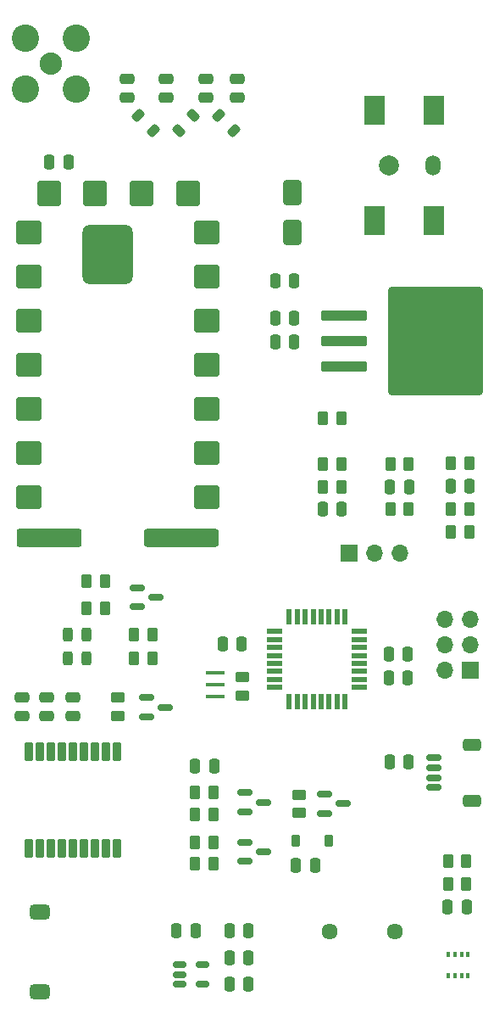
<source format=gbr>
%TF.GenerationSoftware,KiCad,Pcbnew,9.0.0*%
%TF.CreationDate,2025-06-23T20:21:27-05:00*%
%TF.ProjectId,ptFlex,7074466c-6578-42e6-9b69-6361645f7063,rev?*%
%TF.SameCoordinates,Original*%
%TF.FileFunction,Soldermask,Top*%
%TF.FilePolarity,Negative*%
%FSLAX46Y46*%
G04 Gerber Fmt 4.6, Leading zero omitted, Abs format (unit mm)*
G04 Created by KiCad (PCBNEW 9.0.0) date 2025-06-23 20:21:27*
%MOMM*%
%LPD*%
G01*
G04 APERTURE LIST*
G04 Aperture macros list*
%AMRoundRect*
0 Rectangle with rounded corners*
0 $1 Rounding radius*
0 $2 $3 $4 $5 $6 $7 $8 $9 X,Y pos of 4 corners*
0 Add a 4 corners polygon primitive as box body*
4,1,4,$2,$3,$4,$5,$6,$7,$8,$9,$2,$3,0*
0 Add four circle primitives for the rounded corners*
1,1,$1+$1,$2,$3*
1,1,$1+$1,$4,$5*
1,1,$1+$1,$6,$7*
1,1,$1+$1,$8,$9*
0 Add four rect primitives between the rounded corners*
20,1,$1+$1,$2,$3,$4,$5,0*
20,1,$1+$1,$4,$5,$6,$7,0*
20,1,$1+$1,$6,$7,$8,$9,0*
20,1,$1+$1,$8,$9,$2,$3,0*%
G04 Aperture macros list end*
%ADD10C,1.612000*%
%ADD11RoundRect,0.250000X0.262500X0.450000X-0.262500X0.450000X-0.262500X-0.450000X0.262500X-0.450000X0*%
%ADD12RoundRect,0.375000X0.625000X-0.375000X0.625000X0.375000X-0.625000X0.375000X-0.625000X-0.375000X0*%
%ADD13RoundRect,0.250000X-0.262500X-0.450000X0.262500X-0.450000X0.262500X0.450000X-0.262500X0.450000X0*%
%ADD14RoundRect,0.250000X0.250000X0.475000X-0.250000X0.475000X-0.250000X-0.475000X0.250000X-0.475000X0*%
%ADD15RoundRect,0.250000X-0.250000X-0.475000X0.250000X-0.475000X0.250000X0.475000X-0.250000X0.475000X0*%
%ADD16RoundRect,0.243750X-0.243750X-0.456250X0.243750X-0.456250X0.243750X0.456250X-0.243750X0.456250X0*%
%ADD17RoundRect,0.250000X-0.475000X0.250000X-0.475000X-0.250000X0.475000X-0.250000X0.475000X0.250000X0*%
%ADD18RoundRect,0.150000X-0.587500X-0.150000X0.587500X-0.150000X0.587500X0.150000X-0.587500X0.150000X0*%
%ADD19R,1.600000X0.550000*%
%ADD20R,0.550000X1.600000*%
%ADD21RoundRect,0.150000X-0.512500X-0.150000X0.512500X-0.150000X0.512500X0.150000X-0.512500X0.150000X0*%
%ADD22R,1.700000X1.700000*%
%ADD23O,1.700000X1.700000*%
%ADD24RoundRect,0.250000X0.475000X-0.250000X0.475000X0.250000X-0.475000X0.250000X-0.475000X-0.250000X0*%
%ADD25RoundRect,0.250000X0.450000X-0.262500X0.450000X0.262500X-0.450000X0.262500X-0.450000X-0.262500X0*%
%ADD26RoundRect,0.115000X1.135000X1.035000X-1.135000X1.035000X-1.135000X-1.035000X1.135000X-1.035000X0*%
%ADD27RoundRect,0.115000X1.035000X1.135000X-1.035000X1.135000X-1.035000X-1.135000X1.035000X-1.135000X0*%
%ADD28RoundRect,0.270000X3.480000X0.630000X-3.480000X0.630000X-3.480000X-0.630000X3.480000X-0.630000X0*%
%ADD29RoundRect,0.270000X2.980000X0.630000X-2.980000X0.630000X-2.980000X-0.630000X2.980000X-0.630000X0*%
%ADD30RoundRect,0.750000X1.750000X2.250000X-1.750000X2.250000X-1.750000X-2.250000X1.750000X-2.250000X0*%
%ADD31RoundRect,0.080000X0.320000X-0.820000X0.320000X0.820000X-0.320000X0.820000X-0.320000X-0.820000X0*%
%ADD32RoundRect,0.218750X-0.114905X0.424264X-0.424264X0.114905X0.114905X-0.424264X0.424264X-0.114905X0*%
%ADD33RoundRect,0.250000X-0.450000X0.262500X-0.450000X-0.262500X0.450000X-0.262500X0.450000X0.262500X0*%
%ADD34RoundRect,0.250000X-2.050000X-0.300000X2.050000X-0.300000X2.050000X0.300000X-2.050000X0.300000X0*%
%ADD35RoundRect,0.250002X-4.449998X-5.149998X4.449998X-5.149998X4.449998X5.149998X-4.449998X5.149998X0*%
%ADD36RoundRect,0.218750X0.424264X0.114905X0.114905X0.424264X-0.424264X-0.114905X-0.114905X-0.424264X0*%
%ADD37C,2.240000*%
%ADD38C,2.740000*%
%ADD39R,1.900000X0.400000*%
%ADD40O,1.500000X2.000000*%
%ADD41C,2.000000*%
%ADD42R,2.000000X3.000000*%
%ADD43R,0.350000X0.500000*%
%ADD44RoundRect,0.225000X-0.225000X-0.375000X0.225000X-0.375000X0.225000X0.375000X-0.225000X0.375000X0*%
%ADD45RoundRect,0.250000X0.650000X-1.000000X0.650000X1.000000X-0.650000X1.000000X-0.650000X-1.000000X0*%
%ADD46RoundRect,0.150000X0.625000X-0.150000X0.625000X0.150000X-0.625000X0.150000X-0.625000X-0.150000X0*%
%ADD47RoundRect,0.250000X0.650000X-0.350000X0.650000X0.350000X-0.650000X0.350000X-0.650000X-0.350000X0*%
G04 APERTURE END LIST*
D10*
%TO.C,PZ1*%
X149600000Y-138300000D03*
X156100000Y-138300000D03*
%TD*%
D11*
%TO.C,R11*%
X157508500Y-96146000D03*
X155683500Y-96146000D03*
%TD*%
D12*
%TO.C,ANT1*%
X120646000Y-136346000D03*
X120646000Y-144346000D03*
%TD*%
D13*
%TO.C,R14*%
X125333500Y-106046000D03*
X127158500Y-106046000D03*
%TD*%
%TO.C,R9*%
X161733500Y-98399333D03*
X163558500Y-98399333D03*
%TD*%
%TO.C,R20*%
X136133500Y-126646000D03*
X137958500Y-126646000D03*
%TD*%
D14*
%TO.C,C15*%
X138050000Y-121800000D03*
X136150000Y-121800000D03*
%TD*%
D15*
%TO.C,C10*%
X139596000Y-143546000D03*
X141496000Y-143546000D03*
%TD*%
D16*
%TO.C,D2*%
X123462500Y-111046000D03*
X125337500Y-111046000D03*
%TD*%
D13*
%TO.C,R18*%
X136133500Y-131546000D03*
X137958500Y-131546000D03*
%TD*%
D17*
%TO.C,C21*%
X140346000Y-53196000D03*
X140346000Y-55096000D03*
%TD*%
D14*
%TO.C,C18*%
X150796000Y-96139333D03*
X148896000Y-96139333D03*
%TD*%
%TO.C,C3*%
X146046000Y-77086000D03*
X144146000Y-77086000D03*
%TD*%
D13*
%TO.C,R12*%
X155683500Y-91646000D03*
X157508500Y-91646000D03*
%TD*%
%TO.C,R7*%
X161408500Y-133571000D03*
X163233500Y-133571000D03*
%TD*%
D18*
%TO.C,Q5*%
X141122526Y-124446000D03*
X141122526Y-126346000D03*
X142997526Y-125396000D03*
%TD*%
D19*
%TO.C,U3*%
X144096000Y-108346000D03*
X144096000Y-109146000D03*
X144096000Y-109946000D03*
X144096000Y-110746000D03*
X144096000Y-111546000D03*
X144096000Y-112346000D03*
X144096000Y-113146000D03*
X144096000Y-113946000D03*
D20*
X145546000Y-115396000D03*
X146346000Y-115396000D03*
X147146000Y-115396000D03*
X147946000Y-115396000D03*
X148746000Y-115396000D03*
X149546000Y-115396000D03*
X150346000Y-115396000D03*
X151146000Y-115396000D03*
D19*
X152596000Y-113946000D03*
X152596000Y-113146000D03*
X152596000Y-112346000D03*
X152596000Y-111546000D03*
X152596000Y-110746000D03*
X152596000Y-109946000D03*
X152596000Y-109146000D03*
X152596000Y-108346000D03*
D20*
X151146000Y-106896000D03*
X150346000Y-106896000D03*
X149546000Y-106896000D03*
X148746000Y-106896000D03*
X147946000Y-106896000D03*
X147146000Y-106896000D03*
X146346000Y-106896000D03*
X145546000Y-106896000D03*
%TD*%
D11*
%TO.C,R19*%
X137958500Y-129397526D03*
X136133500Y-129397526D03*
%TD*%
D14*
%TO.C,C1*%
X146046000Y-73386000D03*
X144146000Y-73386000D03*
%TD*%
D21*
%TO.C,U2*%
X134608500Y-141646000D03*
X134608500Y-142596000D03*
X134608500Y-143546000D03*
X136883500Y-143546000D03*
X136883500Y-141646000D03*
%TD*%
D15*
%TO.C,C2*%
X161696000Y-93846000D03*
X163596000Y-93846000D03*
%TD*%
D22*
%TO.C,J2*%
X151520000Y-100500000D03*
D23*
X154060000Y-100500000D03*
X156600000Y-100500000D03*
%TD*%
D24*
%TO.C,C14*%
X123946000Y-116808500D03*
X123946000Y-114908500D03*
%TD*%
D11*
%TO.C,R10*%
X150758500Y-91616000D03*
X148933500Y-91616000D03*
%TD*%
D25*
%TO.C,R5*%
X146583500Y-126458500D03*
X146583500Y-124633500D03*
%TD*%
D24*
%TO.C,C19*%
X118846000Y-116796000D03*
X118846000Y-114896000D03*
%TD*%
D14*
%TO.C,C8*%
X146046000Y-79486000D03*
X144146000Y-79486000D03*
%TD*%
D18*
%TO.C,Q3*%
X131333500Y-114958500D03*
X131333500Y-116858500D03*
X133208500Y-115908500D03*
%TD*%
D15*
%TO.C,C13*%
X161371000Y-135871000D03*
X163271000Y-135871000D03*
%TD*%
D26*
%TO.C,U5*%
X119546000Y-94946000D03*
X119546000Y-90546000D03*
X119546000Y-86146000D03*
X119546000Y-81746000D03*
X119546000Y-77346000D03*
X119546000Y-72946000D03*
X119546000Y-68546000D03*
D27*
X121546000Y-64646000D03*
X126179334Y-64646000D03*
X130812667Y-64646000D03*
X135446000Y-64646000D03*
D26*
X137346000Y-68546000D03*
X137346000Y-72946000D03*
X137346000Y-77346000D03*
X137346000Y-81746000D03*
X137346000Y-86146000D03*
X137346000Y-90546000D03*
X137346000Y-94946000D03*
D28*
X134796000Y-98996000D03*
D29*
X121546000Y-98996000D03*
D30*
X127446000Y-70746000D03*
%TD*%
D13*
%TO.C,R1*%
X161733500Y-91569333D03*
X163558500Y-91569333D03*
%TD*%
D15*
%TO.C,C11*%
X139596000Y-140896000D03*
X141496000Y-140896000D03*
%TD*%
D31*
%TO.C,U4*%
X128346000Y-120346000D03*
X127246000Y-120346000D03*
X126146000Y-120346000D03*
X125046000Y-120346000D03*
X123946000Y-120346000D03*
X122846000Y-120346000D03*
X121746000Y-120346000D03*
X120646000Y-120346000D03*
X119546000Y-120346000D03*
X119546000Y-130046000D03*
X120646000Y-130046000D03*
X121746000Y-130046000D03*
X122846000Y-130046000D03*
X123946000Y-130046000D03*
X125046000Y-130046000D03*
X126146000Y-130046000D03*
X127246000Y-130046000D03*
X128346000Y-130046000D03*
%TD*%
D32*
%TO.C,L2*%
X135997301Y-56894699D03*
X134494699Y-58397301D03*
%TD*%
D25*
%TO.C,R17*%
X128446000Y-116771000D03*
X128446000Y-114946000D03*
%TD*%
D17*
%TO.C,C23*%
X133246000Y-53196000D03*
X133246000Y-55096000D03*
%TD*%
D33*
%TO.C,R8*%
X140896000Y-112933500D03*
X140896000Y-114758500D03*
%TD*%
D17*
%TO.C,C24*%
X129346000Y-53196000D03*
X129346000Y-55096000D03*
%TD*%
D11*
%TO.C,R3*%
X131858500Y-111046000D03*
X130033500Y-111046000D03*
%TD*%
%TO.C,R2*%
X163558500Y-96122666D03*
X161733500Y-96122666D03*
%TD*%
%TO.C,R16*%
X150758500Y-87046000D03*
X148933500Y-87046000D03*
%TD*%
D15*
%TO.C,C12*%
X139596000Y-138246000D03*
X141496000Y-138246000D03*
%TD*%
%TO.C,C25*%
X155496000Y-110596000D03*
X157396000Y-110596000D03*
%TD*%
D18*
%TO.C,Q2*%
X130371000Y-103996000D03*
X130371000Y-105896000D03*
X132246000Y-104946000D03*
%TD*%
D34*
%TO.C,U1*%
X150996000Y-76806000D03*
X150996000Y-79346000D03*
D35*
X160146000Y-79346000D03*
D34*
X150996000Y-81886000D03*
%TD*%
D15*
%TO.C,C9*%
X134296000Y-138246000D03*
X136196000Y-138246000D03*
%TD*%
%TO.C,C17*%
X155646000Y-93946000D03*
X157546000Y-93946000D03*
%TD*%
D11*
%TO.C,R21*%
X137958500Y-124396000D03*
X136133500Y-124396000D03*
%TD*%
D36*
%TO.C,L1*%
X139997301Y-58397301D03*
X138494699Y-56894699D03*
%TD*%
D37*
%TO.C,ANT2*%
X121746000Y-51646000D03*
D38*
X119206000Y-54186000D03*
X124286000Y-54186000D03*
X119206000Y-49106000D03*
X124286000Y-49106000D03*
%TD*%
D39*
%TO.C,Y1*%
X138146000Y-114846000D03*
X138146000Y-113646000D03*
X138146000Y-112446000D03*
%TD*%
D36*
%TO.C,L3*%
X131997301Y-58397301D03*
X130494699Y-56894699D03*
%TD*%
D40*
%TO.C,J1*%
X159946000Y-61846000D03*
D41*
X155546000Y-61846000D03*
D42*
X160046000Y-67346000D03*
X154046000Y-67346000D03*
X154046000Y-56346000D03*
X160046000Y-56346000D03*
%TD*%
D15*
%TO.C,C4*%
X121596000Y-61546000D03*
X123496000Y-61546000D03*
%TD*%
%TO.C,C7*%
X146250000Y-131700000D03*
X148150000Y-131700000D03*
%TD*%
D11*
%TO.C,R4*%
X131858500Y-108646000D03*
X130033500Y-108646000D03*
%TD*%
D22*
%TO.C,J4*%
X163686000Y-112246000D03*
D23*
X161146000Y-112246000D03*
X163686000Y-109706000D03*
X161146000Y-109706000D03*
X163686000Y-107166000D03*
X161146000Y-107166000D03*
%TD*%
D16*
%TO.C,D3*%
X123462500Y-108646000D03*
X125337500Y-108646000D03*
%TD*%
D43*
%TO.C,U6*%
X161471000Y-140621000D03*
X162121000Y-140621000D03*
X162771000Y-140621000D03*
X163421000Y-140621000D03*
X163421000Y-142671000D03*
X162771000Y-142671000D03*
X162121000Y-142671000D03*
X161471000Y-142671000D03*
%TD*%
D15*
%TO.C,C5*%
X155496000Y-112996000D03*
X157396000Y-112996000D03*
%TD*%
D13*
%TO.C,R13*%
X148933500Y-93922667D03*
X150758500Y-93922667D03*
%TD*%
%TO.C,R6*%
X161408500Y-131271000D03*
X163233500Y-131271000D03*
%TD*%
%TO.C,R15*%
X125333500Y-103346000D03*
X127158500Y-103346000D03*
%TD*%
D14*
%TO.C,C6*%
X140796000Y-109596000D03*
X138896000Y-109596000D03*
%TD*%
D44*
%TO.C,D4*%
X146233500Y-129246000D03*
X149533500Y-129246000D03*
%TD*%
D45*
%TO.C,D1*%
X145846000Y-68546000D03*
X145846000Y-64546000D03*
%TD*%
D18*
%TO.C,Q4*%
X141122526Y-129397526D03*
X141122526Y-131297526D03*
X142997526Y-130347526D03*
%TD*%
D14*
%TO.C,C16*%
X157496000Y-121346000D03*
X155596000Y-121346000D03*
%TD*%
D17*
%TO.C,C22*%
X137246000Y-53196000D03*
X137246000Y-55096000D03*
%TD*%
D18*
%TO.C,Q1*%
X149108500Y-124596000D03*
X149108500Y-126496000D03*
X150983500Y-125546000D03*
%TD*%
D46*
%TO.C,J3*%
X159971000Y-123946000D03*
X159971000Y-122946000D03*
X159971000Y-121946000D03*
X159971000Y-120946000D03*
D47*
X163846000Y-125246000D03*
X163846000Y-119646000D03*
%TD*%
D24*
%TO.C,C20*%
X121346000Y-116808500D03*
X121346000Y-114908500D03*
%TD*%
M02*

</source>
